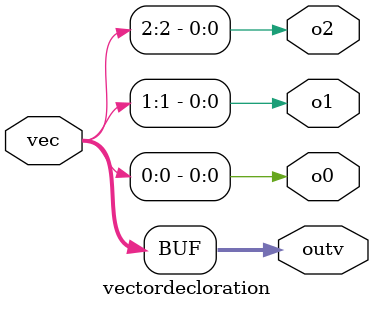
<source format=v>
`timescale 1ns / 1ps

module vectordecloration(
    input wire [2:0] vec,
    output wire [2:0] outv,
    output wire o0,
    output wire o1,
    output wire o2
    );
    
    assign outv = vec;
    assign o0 = vec[0];
    assign o1 = vec[1];
    assign o2 = vec[2];
    
endmodule

</source>
